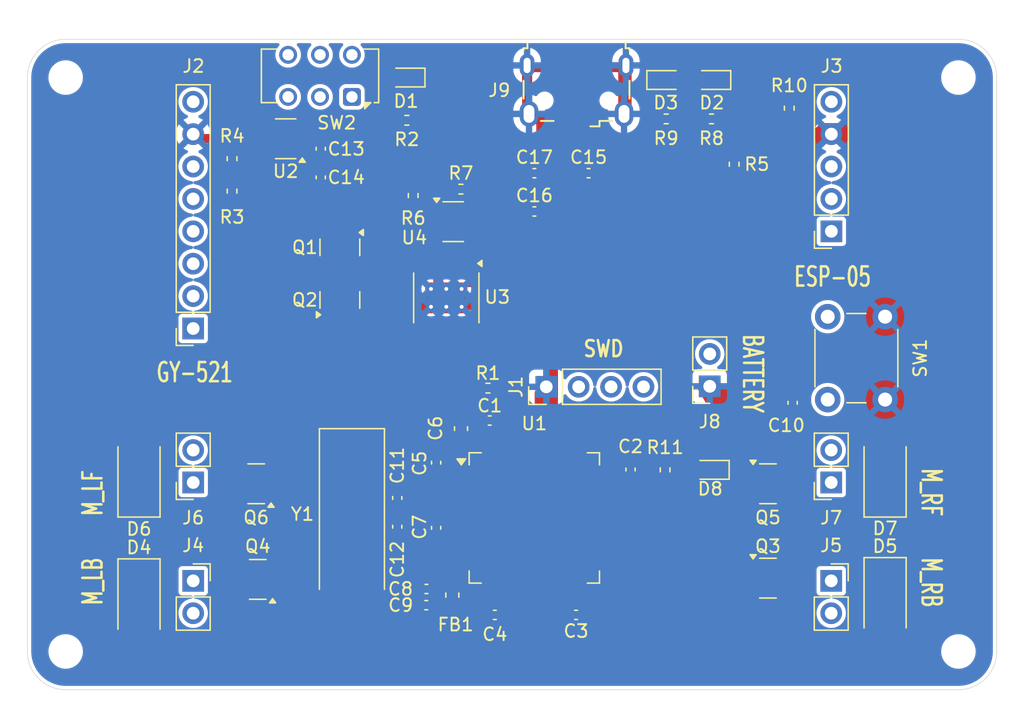
<source format=kicad_pcb>
(kicad_pcb (version 20241229) (generator "pcbnew") (generator_version "9.0")
  (layers (0 "F.Cu" signal) (4 "In1.Cu" signal) (6 "In2.Cu" signal) (2 "B.Cu" signal) (13 "F.Paste" user) (15 "B.Paste" user) (5 "F.SilkS" user "F.Silkscreen") (7 "B.SilkS" user "B.Silkscreen") (1 "F.Mask" user) (3 "B.Mask" user) (25 "Edge.Cuts" user))
  (net 0 "")
  (net 1 "+3.3V")
  (net 2 "GND")
  (net 3 "+3.3VA")
  (net 4 "/NRST")
  (net 5 "/HSE_IN")
  (net 6 "/HSE_OUT")
  (net 7 "/PWR_LED_K")
  (net 8 "Net-(D2-K)")
  (net 9 "Net-(D3-K)")
  (net 10 "/Q12")
  (net 11 "/BOOT0")
  (net 19 "/LED_SIGNAL")
  (net 43 "/SWCLK")
  (net 48 "/SWDIO")
  (net 54 "/STDBY_LED")
  (net 55 "/CHRG_LED")
  (net 57 "/SDA")
  (net 58 "/XCL")
  (net 59 "/SCL")
  (net 60 "/ADO")
  (net 61 "/XDA")
  (net 62 "/INT")
  (net 63 "/RX")
  (net 64 "/RST")
  (net 65 "/TX")
  (net 69 "/OD")
  (net 70 "/OC")
  (net 71 "/CS")
  (net 72 "/PROG")
  (net 73 "/VIN")
  (net 74 "PWR")
  (net 75 "VBUS")
  (net 76 "/B+")
  (net 77 "/M_LB")
  (net 78 "/M_RB")
  (net 79 "/M_LF")
  (net 80 "/M_RF")
  (net 81 "/PWM_RB")
  (net 82 "/PWM_LB")
  (net 83 "/PWM_RF")
  (net 84 "/PWM_LF")
  (net 85 "/LED_SIGNAL_VIN")
  (footprint "Diode_SMD:D_SMA" (layer "F.Cu") (at 101.75 96.15 -90)
    (property "Reference" "D5")
    (property "Value" "SS14")
  )
  (footprint "Capacitor_SMD:C_0402_1005Metric" (layer "F.Cu") (at 94.5 80.5 90)
    (property "Reference" "C10")
    (property "Value" "100n")
  )
  (footprint "Connector_PinHeader_2.54mm:PinHeader_1x04_P2.54mm_Vertical" (layer "F.Cu") (at 75.184 79.248 90)
    (property "Reference" "J1")
    (property "Value" "Conn_01x04_Pin")
  )
  (footprint "Connector_PinSocket_2.54mm:PinSocket_1x02_P2.54mm_Vertical" (layer "F.Cu") (at 47.5 94.46)
    (property "Reference" "J4")
    (property "Value" "Conn_01x02_Socket")
  )
  (footprint "Capacitor_SMD:C_0402_1005Metric" (layer "F.Cu") (at 71.148 97.132 180)
    (property "Reference" "C4")
    (property "Value" "100n")
  )
  (footprint "Resistor_SMD:R_0402_1005Metric" (layer "F.Cu") (at 84.5 85.76 90)
    (property "Reference" "R11")
    (property "Value" "1k")
  )
  (footprint "Resistor_SMD:R_0402_1005Metric" (layer "F.Cu") (at 94.234 57.402 -90)
    (property "Reference" "R10")
    (property "Value" "10k")
  )
  (footprint "Package_TO_SOT_SMD:SOT-23" (layer "F.Cu") (at 59 68.3125 -90)
    (property "Reference" "Q1")
    (property "Value" "AO3400A")
  )
  (footprint "Capacitor_SMD:C_0402_1005Metric" (layer "F.Cu") (at 65.775 96.37 180)
    (property "Reference" "C9")
    (property "Value" "1u")
  )
  (footprint "Capacitor_SMD:C_0402_1005Metric" (layer "F.Cu") (at 77.52 97.132 180)
    (property "Reference" "C3")
    (property "Value" "100n")
  )
  (footprint "MountingHole:MountingHole_2.2mm_M2" (layer "F.Cu") (at 107.5 55)
    (property "Reference" "H2")
    (property "Value" "MountingHole")
  )
  (footprint "Capacitor_SMD:C_0603_1608Metric" (layer "F.Cu") (at 68.5 82.525 90)
    (property "Reference" "C6")
    (property "Value" "10u")
  )
  (footprint "Capacitor_SMD:C_0402_1005Metric" (layer "F.Cu") (at 63.5 87.96 -90)
    (property "Reference" "C11")
    (property "Value" "30p")
  )
  (footprint "Package_TO_SOT_SMD:SOT-23" (layer "F.Cu") (at 52.4375 86.85 180)
    (property "Reference" "Q6")
    (property "Value" "AO3400A")
  )
  (footprint "Connector_PinSocket_2.54mm:PinSocket_1x02_P2.54mm_Vertical" (layer "F.Cu") (at 97.525 86.75 180)
    (property "Reference" "J7")
    (property "Value" "Conn_01x02_Socket")
  )
  (footprint "Diode_SMD:D_SMA" (layer "F.Cu") (at 43.25 96.25 -90)
    (property "Reference" "D4")
    (property "Value" "SS14")
  )
  (footprint "Package_SO:SOIC-8-1EP_3.9x4.9mm_P1.27mm_EP2.41x3.3mm_ThermalVias" (layer "F.Cu") (at 67.345 72.275 -90)
    (property "Reference" "U3")
    (property "Value" "TP4056-42-ESOP8")
  )
  (footprint "Resistor_SMD:R_0402_1005Metric" (layer "F.Cu") (at 50.546 61.362 90)
    (property "Reference" "R4")
    (property "Value" "1k5")
  )
  (footprint "Resistor_SMD:R_0402_1005Metric" (layer "F.Cu") (at 64.25 58.35 180)
    (property "Reference" "R2")
    (property "Value" "1k5")
  )
  (footprint "Package_TO_SOT_SMD:SOT-23-6" (layer "F.Cu") (at 67.8875 66.3)
    (property "Reference" "U4")
    (property "Value" "DW01A")
  )
  (footprint "Resistor_SMD:R_0402_1005Metric" (layer "F.Cu") (at 84.584 58.242 180)
    (property "Reference" "R9")
    (property "Value" "1k")
  )
  (footprint "LED_SMD:LED_0603_1608Metric" (layer "F.Cu") (at 64.1875 55 180)
    (property "Reference" "D1")
    (property "Value" "BLUE_LED")
  )
  (footprint "Package_QFP:LQFP-64_10x10mm_P0.5mm" (layer "F.Cu") (at 74.246 89.53)
    (property "Reference" "U1")
    (property "Value" "STM32F411RCT6")
  )
  (footprint "Capacitor_SMD:C_0402_1005Metric" (layer "F.Cu") (at 66.548 85.194 90)
    (property "Reference" "C5")
    (property "Value" "100n")
  )
  (footprint "MountingHole:MountingHole_2.2mm_M2" (layer "F.Cu") (at 37.5 100)
    (property "Reference" "H3")
    (property "Value" "MountingHole")
  )
  (footprint "Capacitor_SMD:C_0402_1005Metric" (layer "F.Cu") (at 63.5 90.218 90)
    (property "Reference" "C12")
    (property "Value" "30p")
  )
  (footprint "Package_TO_SOT_SMD:SOT-23" (layer "F.Cu") (at 52.5625 94.35 180)
    (property "Reference" "Q4")
    (property "Value" "AO3400A")
  )
  (footprint "Package_TO_SOT_SMD:SOT-23" (layer "F.Cu") (at 59 72.4375 90)
    (property "Reference" "Q2")
    (property "Value" "AO3400A")
  )
  (footprint "Diode_SMD:D_SMA" (layer "F.Cu") (at 101.75 85.95 90)
    (property "Reference" "D7")
    (property "Value" "SS14")
  )
  (footprint "Connector_PinSocket_2.54mm:PinSocket_1x05_P2.54mm_Vertical" (layer "F.Cu") (at 97.536 67.056 180)
    (property "Reference" "J3")
    (property "Value" "Conn_01x05_Socket")
  )
  (footprint "Package_TO_SOT_SMD:SOT-23-5" (layer "F.Cu") (at 54.75 59.8 180)
    (property "Reference" "U2")
    (property "Value" "AP2112K-3.3")
  )
  (footprint "Capacitor_SMD:C_0402_1005Metric" (layer "F.Cu") (at 66.548 90.302 90)
    (property "Reference" "C7")
    (property "Value" "10n")
  )
  (footprint "Capacitor_SMD:C_0402_1005Metric" (layer "F.Cu") (at 78.5 62.5)
    (property "Reference" "C15")
    (property "Value" "100n")
  )
  (footprint "Button_Switch_THT:SW_PUSH_6mm" (layer "F.Cu") (at 97.25 80.25 90)
    (property "Reference" "SW1")
    (property "Value" "SW_Push")
  )
  (footprint "LED_SMD:LED_0603_1608Metric" (layer "F.Cu") (at 88.0375 85.76 180)
    (property "Reference" "D8")
    (property "Value" "YELLOW_LED")
  )
  (footprint "Crystal:Crystal_SMD_HC49-SD" (layer "F.Cu") (at 59.944 89.23 -90)
    (property "Reference" "Y1")
    (property "Value" "26MHz")
  )
  (footprint "MountingHole:MountingHole_2.2mm_M2" (layer "F.Cu") (at 37.5 55)
    (property "Reference" "H1")
    (property "Value" "MountingHole")
  )
  (footprint "Resistor_SMD:R_0402_1005Metric" (layer "F.Cu") (at 88.14 58.242 180)
    (property "Reference" "R8")
    (property "Value" "1k")
  )
  (footprint "Connector_USB:USB_Micro-B_Wuerth_629105150521" (layer "F.Cu") (at 77.555 56 180)
    (property "Reference" "J9")
    (property "Value" "USB_B_Micro")
  )
  (footprint "Resistor_SMD:R_0402_1005Metric" (layer "F.Cu") (at 64.75 64.25 -90)
    (property "Reference" "R6")
    (property "Value" "100")
  )
  (footprint "Button_Switch_THT:SW_CK_JS202011AQN_DPDT_Angled" (layer "F.Cu") (at 59.944 56.5175 180)
    (property "Reference" "SW2")
    (property "Value" "SW_SPST")
  )
  (footprint "Capacitor_SMD:C_0402_1005Metric" (layer "F.Cu") (at 65.786 95.1 180)
    (property "Reference" "C8")
    (property "Value" "1u")
  )
  (footprint "MountingHole:MountingHole_2.2mm_M2" (layer "F.Cu") (at 107.5 100)
    (property "Reference" "H4")
    (property "Value" "MountingHole")
  )
  (footprint "Resistor_SMD:R_0402_1005Metric" (layer "F.Cu") (at 68.49 63.75)
    (property "Reference" "R7")
    (property "Value" "1k")
  )
  (footprint "Connector_PinSocket_2.54mm:PinSocket_1x02_P2.54mm_Vertical" (layer "F.Cu") (at 97.525 94.46)
    (property "Reference" "J5")
    (property "Value" "Conn_01x02_Socket")
  )
  (footprint "LED_SMD:LED_0603_1608Metric" (layer "F.Cu") (at 88.1635 55.194 180)
    (property "Reference" "D2")
    (property "Value" "RED_LED")
  )
  (footprint "Capacitor_SMD:C_0402_1005Metric" (layer "F.Cu") (at 81.788 85.73 -90)
    (property "Reference" "C2")
    (property "Value" "100n")
  )
  (footprint "Connector_PinSocket_2.54mm:PinSocket_1x02_P2.54mm_Vertical" (layer "F.Cu") (at 88 79.21 180)
    (property "Reference" "J8")
    (property "Value" "Conn_01x02_Socket")
  )
  (footprint "Resistor_SMD:R_0402_1005Metric" (layer "F.Cu") (at 70.61 79.352)
    (property "Reference" "R1")
    (property "Value" "10k")
  )
  (footprint "Package_TO_SOT_SMD:SOT-23" (layer "F.Cu") (at 92.5625 94.25)
    (property "Reference" "Q3")
    (property "Value" "AO3400A")
  )
  (footprint "Capacitor_SMD:C_0402_1005Metric" (layer "F.Cu") (at 70.75 81.892)
    (property "Reference" "C1")
    (property "Value" "100n")
  )
  (footprint "Package_TO_SOT_SMD:SOT-23" (layer "F.Cu") (at 92.5625 86.85)
    (property "Reference" "Q5")
    (property "Value" "AO3400A")
  )
  (footprint "LED_SMD:LED_0603_1608Metric" (layer "F.Cu") (at 84.5565 55.194)
    (property "Reference" "D3")
    (property "Value" "GREEN_LED")
  )
  (footprint "Connector_PinSocket_2.54mm:PinSocket_1x08_P2.54mm_Vertical" (layer "F.Cu") (at 47.498 74.676 180)
    (property "Reference" "J2")
    (property "Value" "Conn_01x08_Socket")
  )
  (footprint "Inductor_SMD:L_0603_1608Metric" (layer "F.Cu") (at 67.818 95.5825 -90)
    (property "Reference" "FB1")
    (property "Value" "120R")
  )
  (footprint "Connector_PinSocket_2.54mm:PinSocket_1x02_P2.54mm_Vertical" (layer "F.Cu") (at 47.5 86.75 180)
    (property "Reference" "J6")
    (property "Value" "Conn_01x02_Socket")
  )
  (footprint "Capacitor_SMD:C_0402_1005Metric" (layer "F.Cu") (at 74.25 62.5)
    (property "Reference" "C17")
    (property "Value" "100n")
  )
  (footprint "Capacitor_SMD:C_0402_1005Metric" (layer "F.Cu") (at 57.5 62.83 90)
    (property "Reference" "C14")
    (property "Value" "1u")
  )
  (footprint "Diode_SMD:D_SMA" (layer "F.Cu") (at 43.25 85.95 90)
    (property "Reference" "D6")
    (property "Value" "SS14")
  )
  (footprint "Resistor_SMD:R_0402_1005Metric" (layer "F.Cu") (at 50.546 63.902 -90)
    (property "Reference" "R3")
    (property "Value" "1k5")
  )
  (footprint "Capacitor_SMD:C_0402_1005Metric" (layer "F.Cu") (at 74.25 65.5)
    (property "Reference" "C16")
    (property "Value" "100n")
  )
  (footprint "Resistor_SMD:R_0402_1005Metric" (layer "F.Cu") (at 89.916 61.796 -90)
    (property "Reference" "R5")
    (property "Value" "1.2k")
  )
  (footprint "Capacitor_SMD:C_0402_1005Metric" (layer "F.Cu") (at 57.5 60.58 90)
    (property "Reference" "C13")
    (property "Value" "1u")
  )
  (gr_line (start 34.5 100) (end 34.5 55) (stroke (width 0.05)) (layer "Edge.Cuts"))
  (gr_line (start 37.5 52) (end 107.5 52) (stroke (width 0.05)) (layer "Edge.Cuts"))
  (gr_arc (start 110.5 100) (mid 109.62132 102.12132) (end 107.5 103) (stroke (width 0.05)) (layer "Edge.Cuts"))
  (gr_line (start 107.5 103) (end 37.5 103) (stroke (width 0.05)) (layer "Edge.Cuts"))
  (gr_line (start 110.5 55) (end 110.5 99.75) (stroke (width 0.05)) (layer "Edge.Cuts"))
  (gr_arc (start 107.5 52) (mid 109.62132 52.87868) (end 110.5 55) (stroke (width 0.05)) (layer "Edge.Cuts"))
  (gr_line (start 110.5 99.75) (end 110.5 100) (stroke (width 0.05)) (layer "Edge.Cuts"))
  (gr_arc (start 34.5 55) (mid 35.37868 52.87868) (end 37.5 52) (stroke (width 0.05)) (layer "Edge.Cuts"))
  (gr_arc (start 37.5 103) (mid 35.37868 102.12132) (end 34.5 100) (stroke (width 0.05)) (layer "Edge.Cuts"))
  (gr_text "SWD" (at 78 77 0) (layer "F.SilkS") (effects (font (size 1.25 1) (thickness 0.2) (bold yes)) (justify left bottom)))
  (gr_text "BATTERY" (at 90.5 75 270) (layer "F.SilkS") (effects (font (size 1.5 1) (thickness 0.2) (bold yes)) (justify left bottom)))
  (gr_text "M_LF" (at 40.5 89.5 90) (layer "F.SilkS") (effects (font (size 1.5 1) (thickness 0.2) (bold yes)) (justify left bottom)))
  (gr_text "ESP-05" (at 94.5 71.5 0) (layer "F.SilkS") (effects (font (size 1.5 1) (thickness 0.2) (bold yes)) (justify left bottom)))
  (gr_text "M_LB" (at 40.5 96.5 90) (layer "F.SilkS") (effects (font (size 1.5 1) (thickness 0.2) (bold yes)) (justify left bottom)))
  (gr_text "M_RF" (at 104.5 85.5 270) (layer "F.SilkS") (effects (font (size 1.5 1) (thickness 0.2) (bold yes)) (justify left bottom)))
  (gr_text "GY-521" (at 44.5 79 0) (layer "F.SilkS") (effects (font (size 1.5 1) (thickness 0.2) (bold yes)) (justify left bottom)))
  (gr_text "M_RB" (at 104.5 92.5 270) (layer "F.SilkS") (effects (font (size 1.5 1) (thickness 0.2) (bold yes)) (justify left bottom)))
  (segment (start 70.27 81.892) (end 70.258 81.892) (width 0.3) (layer "F.Cu") (net 1))
  (segment (start 79.921 85.579) (end 80.25 85.25) (width 0.3) (layer "F.Cu") (net 1))
  (segment (start 66.674 85.674) (end 66.78 85.78) (width 0.3) (layer "F.Cu") (net 1))
  (segment (start 77.996 95.205) (end 77.996 97.128) (width 0.3) (layer "F.Cu") (net 1))
  (segment (start 70.496 83.855) (end 69.941 83.3) (width 0.3) (layer "F.Cu") (net 1))
  (segment (start 69.5 83.3) (end 68.5 83.3) (width 0.3) (layer "F.Cu") (net 1))
  (segment (start 77.996 97.128) (end 78 97.132) (width 0.3) (layer "F.Cu") (net 1))
  (segment (start 66.548 85.674) (end 66.674 85.674) (width 0.3) (layer "F.Cu") (net 1))
  (segment (start 71.496 95.205) (end 71.496 96.121) (width 0.3) (layer "F.Cu") (net 1))
  (segment (start 79.921 85.78) (end 79.921 85.579) (width 0.3) (layer "F.Cu") (net 1))
  (segment (start 69.5 82.65) (end 69.5 83.3) (width 0.3) (layer "F.Cu") (net 1))
  (segment (start 71.628 96.253) (end 71.628 97.132) (width 0.3) (layer "F.Cu") (net 1))
  (segment (start 69.941 83.3) (end 69.5 83.3) (width 0.3) (layer "F.Cu") (net 1))
  (segment (start 70.258 81.892) (end 69.5 82.65) (width 0.3) (layer "F.Cu") (net 1))
  (segment (start 71.496 96.121) (end 71.628 96.253) (width 0.3) (layer "F.Cu") (net 1))
  (segment (start 66.78 85.78) (end 68.571 85.78) (width 0.3) (layer "F.Cu") (net 1))
  (segment (start 80.25 85.25) (end 81.788 85.25) (width 0.3) (layer "F.Cu") (net 1))
  (segment (start 63.5 89.738) (end 63.5 89.66) (width 0.5) (layer "F.Cu") (net 2))
  (segment (start 67.35 90.314001) (end 66.857999 89.822) (width 0.3) (layer "F.Cu") (net 2))
  (segment (start 63.5 89.66) (end 62.89 89.05) (width 0.5) (layer "F.Cu") (net 2))
  (segment (start 55.3 89.05) (end 55.3 91.6) (width 0.5) (layer "F.Cu") (net 2))
  (segment (start 53.375 85.9) (end 54.85 85.9) (width 0.5) (layer "F.Cu") (net 2))
  (segment (start 55.3 89.05) (end 62.89 89.05) (width 0.5) (layer "F.Cu") (net 2))
  (segment (start 62.89 89.05) (end 63.5 88.44) (width 0.5) (layer "F.Cu") (net 2))
  (segment (start 68.571 91.28) (end 67.43 91.28) (width 0.3) (layer "F.Cu") (net 2))
  (segment (start 77.025 96.65) (end 77.04 96.665) (width 0.3) (layer "F.Cu") (net 2))
  (segment (start 70.996 96.104) (end 70.668 96.432) (width 0.3) (layer "F.Cu") (net 2))
  (segment (start 77.04 96.665) (end 77.04 97.132) (width 0.3) (layer "F.Cu") (net 2))
  (segment (start 70.996 82.854) (end 71.23 82.62) (width 0.3) (layer "F.Cu") (net 2))
  (segment (start 55.3 91.6) (end 53.5 93.4) (width 0.5) (layer "F.Cu") (net 2))
  (segment (start 54.85 85.9) (end 55.3 86.35) (width 0.5) (layer "F.Cu") (net 2))
  (segment (start 81.718 86.28) (end 81.788 86.21) (width 0.3) (layer "F.Cu") (net 2))
  (segment (start 55.3 86.35) (end 55.3 89.05) (width 0.5) (layer "F.Cu") (net 2))
  (segment (start 79.921 86.28) (end 81.718 86.28) (width 0.3) (layer "F.Cu") (net 2))
  (segment (start 67.35 91.2) (end 67.35 90.314001) (width 0.3) (layer "F.Cu") (net 2))
  (segment (start 66.857999 89.822) (end 66.548 89.822) (width 0.3) (layer "F.Cu") (net 2))
  (segment (start 70.996 95.205) (end 70.996 96.104) (width 0.3) (layer "F.Cu") (net 2))
  (segment (start 77.496 95.205) (end 77.496 96.179) (width 0.3) (layer "F.Cu") (net 2))
  (segment (start 70.996 83.855) (end 70.996 82.854) (width 0.3) (layer "F.Cu") (net 2))
  (segment (start 71.23 82.62) (end 71.23 81.892) (width 0.3) (layer "F.Cu") (net 2))
  (segment (start 77.496 96.179) (end 77.025 96.65) (width 0.3) (layer "F.Cu") (net 2))
  (segment (start 70.668 96.432) (end 70.668 97.132) (width 0.3) (layer "F.Cu") (net 2))
  (segment (start 67.43 91.28) (end 67.35 91.2) (width 0.3) (layer "F.Cu") (net 2))
  (segment (start 66.548 90.782) (end 66.548 91.173) (width 0.3) (layer "F.Cu") (net 3))
  (segment (start 66.9 94.795) (end 66.571 94.795) (width 0.3) (layer "F.Cu") (net 3))
  (segment (start 66.571 94.795) (end 66.266 95.1) (width 0.3) (layer "F.Cu") (net 3))
  (segment (start 66.548 91.173) (end 67.155 91.78) (width 0.3) (layer "F.Cu") (net 3))
  (segment (start 66.9 94.795) (end 66.9 92.035) (width 0.3) (layer "F.Cu") (net 3))
  (segment (start 66.9 92.035) (end 67.155 91.78) (width 0.3) (layer "F.Cu") (net 3))
  (segment (start 67.155 91.78) (end 68.571 91.78) (width 0.3) (layer "F.Cu") (net 3))
  (segment (start 67.818 94.795) (end 66.9 94.795) (width 0.3) (layer "F.Cu") (net 3))
  (zone (net 2) (net_name "GND") (layer "F.Cu") (priority 6) (connect_pads yes (clearance 0.3)) (min_thickness 0.25) (fill yes (thermal_gap 0.5) (thermal_bridge_width 0.5))
    (polygon (pts (xy 103.4 72.325) (xy 105.375 72.325) (xy 105.375 63.225) (xy 99.125 58.575) (xy 96.775 58.575) (xy 94.825 60.075) (xy 92 61.95) (xy 90.025 61.95) (xy 90.025 62.675) (xy 93 62.675) (xy 95.425 61.2) (xy 96.8 60.175) (xy 99.625 60.175) (xy 103.5 63.225) (xy 103.5 71) (xy 100.075 71) (xy 100.075 72.325)))
  )
  (zone (net 2) (net_name "GND") (layer "F.Cu") (priority 15) (connect_pads yes (clearance 0.3)) (min_thickness 0.25) (fill yes (thermal_gap 0.5) (thermal_bridge_width 0.5))
    (polygon (pts (xy 74.4 63.35) (xy 69.075 63.35) (xy 69.075 64.15) (xy 74.4 64.15)))
  )
  (zone (net 2) (net_name "GND") (layer "F.Cu") (priority 5) (connect_pads yes (clearance 0.3)) (min_thickness 0.25) (fill yes (thermal_gap 0.5) (thermal_bridge_width 0.5))
    (polygon (pts (xy 94.55 77) (xy 100.075 77) (xy 100.075 72.325) (xy 103.4 72.325) (xy 103.425 81.85) (xy 100.1 81.85) (xy 100.1 78.75) (xy 95.225 78.75) (xy 95.225 80.225) (xy 94.55 80.225)))
  )
  (zone (net 2) (net_name "GND") (layer "F.Cu") (priority 19) (connect_pads yes (clearance 0.3)) (min_thickness 0.25) (fill yes (thermal_gap 0.5) (thermal_bridge_width 0.5))
    (polygon (pts (xy 65 96.75) (xy 65.6 96.75) (xy 65.6 94.725) (xy 65 94.725)))
  )
  (zone (net 2) (net_name "GND") (layer "F.Cu") (priority 14) (connect_pads yes (clearance 0.3)) (min_thickness 0.25) (fill yes (thermal_gap 0.5) (thermal_bridge_width 0.5))
    (polygon (pts (xy 58.925 62.55) (xy 58.925 67.05) (xy 57.75 67.05) (xy 57.75 66.225) (xy 58.325 66.225) (xy 58.325 62.55)))
  )
  (zone (net 2) (net_name "GND") (layer "F.Cu") (priority 8) (connect_pads yes (clearance 0.3)) (min_thickness 0.25) (fill yes (thermal_gap 0.5) (thermal_bridge_width 0.5))
    (polygon (pts (xy 67.825 81.2) (xy 66.2 82.25) (xy 66.175 84.7) (xy 66.925 84.7) (xy 66.925 82.575) (xy 67.825 81.85) (xy 67.825 81.575)))
  )
  (zone (net 2) (net_name "GND") (layer "F.Cu") (priority 2) (connect_pads yes (clearance 0.3)) (min_thickness 0.25) (fill yes (thermal_gap 0.5) (thermal_bridge_width 0.5))
    (polygon (pts (xy 88.55 88.375) (xy 88.55 94.525) (xy 91.625 94.525) (xy 91.625 96.025) (xy 87.3 96.025) (xy 87.325 88.275) (xy 88.55 88.275)))
  )
  (zone (net 2) (net_name "GND") (layer "F.Cu") (priority 13) (connect_pads yes (clearance 0.3)) (min_thickness 0.25) (fill yes (thermal_gap 0.5) (thermal_bridge_width 0.5))
    (polygon (pts (xy 58.925 60.425) (xy 58.575 61.775) (xy 57.5 62) (xy 57.5 62.675) (xy 58.925 62.675) (xy 59.4 61.975) (xy 59.9 60.425)))
  )
  (zone (net 2) (net_name "GND") (layer "F.Cu") (priority 11) (connect_pads yes (clearance 0.3)) (min_thickness 0.25) (fill yes (thermal_gap 0.5) (thermal_bridge_width 0.5))
    (polygon (pts (xy 74.4 65.85) (xy 75.025 65.85) (xy 75.025 62.8) (xy 78.05 62.8) (xy 78.05 62.125) (xy 74.4 62.125)))
  )
  (zone (net 2) (net_name "GND") (layer "F.Cu") (priority 16) (connect_pads yes (clearance 0.3)) (min_thickness 0.25) (fill yes (thermal_gap 0.5) (thermal_bridge_width 0.5))
    (polygon (pts (xy 69.075 64.15) (xy 69.075 65.35) (xy 69.85 65.35) (xy 69.85 64.15)))
  )
  (zone (net 2) (net_name "GND") (layer "F.Cu") (priority 24) (connect_pads yes (clearance 0.3)) (min_thickness 0.25) (fill yes (thermal_gap 0.5) (thermal_bridge_width 0.5))
    (polygon (pts (xy 76.1 79.55) (xy 76.1 72.325) (xy 68.8 72.325) (xy 68.8 73.225) (xy 75.225 73.225) (xy 75.225 79.55)))
  )
  (zone (net 2) (net_name "GND") (layer "F.Cu") (priority 10) (connect_pads yes (clearance 0.3)) (min_thickness 0.25) (fill yes (thermal_gap 0.5) (thermal_bridge_width 0.5))
    (polygon (pts (xy 57.55 59.95) (xy 63.4 59.95) (xy 63.4 58.225) (xy 64.1 58.225) (xy 64.1 60.425) (xy 57.55 60.425)))
  )
  (zone (net 2) (net_name "GND") (layer "F.Cu") (priority 22) (connect_pads yes (clearance 0.3)) (min_thickness 0.25) (fill yes (thermal_gap 0.5) (thermal_bridge_width 0.5))
    (polygon (pts (xy 55.9 59.425) (xy 47.525 59.425) (xy 47.525 60.15) (xy 55.9 60.15)))
  )
  (zone (net 2) (net_name "GND") (layer "F.Cu") (priority 9) (connect_pads yes (clearance 0.3)) (min_thickness 0.25) (fill yes (thermal_gap 0.5) (thermal_bridge_width 0.5))
    (polygon (pts (xy 55.9 59.425) (xy 57.075 59.425) (xy 57.55 59.95) (xy 57.55 60.35) (xy 56.875 60.35) (xy 56.875 60.15) (xy 55.9 60.15)))
  )
  (zone (net 2) (net_name "GND") (layer "F.Cu") (priority 23) (connect_pads yes (clearance 0.3)) (min_thickness 0.25) (fill yes (thermal_gap 0.5) (thermal_bridge_width 0.5))
    (polygon (pts (xy 62.45 72.6) (xy 62.45 66.15) (xy 58.925 66.15) (xy 58.925 65.775) (xy 62.975 65.775) (xy 62.975 72.6)))
  )
  (zone (net 2) (net_name "GND") (layer "F.Cu") (priority 4) (connect_pads yes (clearance 0.3)) (min_thickness 0.25) (fill yes (thermal_gap 0.5) (thermal_bridge_width 0.5))
    (polygon (pts (xy 88.175 85.825) (xy 88.175 81.3459) (xy 86.95 79.225) (xy 94.55 79.21) (xy 94.55 80.225) (xy 89.35 80.225) (xy 89.35 85.825)))
  )
  (zone (net 2) (net_name "GND") (layer "F.Cu") (priority 1) (connect_pads yes (clearance 0.3)) (min_thickness 0.25) (fill yes (thermal_gap 0.5) (thermal_bridge_width 0.5))
    (polygon (pts (xy 81.35 85.9) (xy 81.35 86.65) (xy 83.275 88.275) (xy 91.575 88.275) (xy 91.575 87.175) (xy 89.35 85.825) (xy 88.175 85.825) (xy 88.175 87.25) (xy 83.75 87.25) (xy 82.15 85.9)))
  )
  (zone (net 2) (net_name "GND") (layer "F.Cu") (priority 3) (connect_pads yes (clearance 0.3)) (min_thickness 0.25) (fill yes (thermal_gap 0.5) (thermal_bridge_width 0.5))
    (polygon (pts (xy 71.65 82.125) (xy 76.1 82.125) (xy 76.1 79.55) (xy 74.275 79.55) (xy 74.275 80.65) (xy 70.45 80.65) (xy 70.45 79.475) (xy 69.6 79.475) (xy 67.75 80.875) (xy 67.75 82) (xy 69.275 82) (xy 69.275 81.2) (xy 71.05 81.2) (xy 71.05 82.125)))
  )
  (zone (net 2) (net_name "GND") (layer "F.Cu") (priority 7) (connect_pads yes (clearance 0.3)) (min_thickness 0.25) (fill yes (thermal_gap 0.5) (thermal_bridge_width 0.5))
    (polygon (pts (xy 66.6 89.45) (xy 64.075 88.25) (xy 63.5 88.25) (xy 63.5 89.825) (xy 66.6 89.825)))
  )
  (zone (net 2) (net_name "GND") (layer "F.Cu") (priority 17) (connect_pads yes (clearance 0.3)) (min_thickness 0.25) (fill yes (thermal_gap 0.5) (thermal_bridge_width 0.5))
    (polygon (pts (xy 65.875 73.325) (xy 68.8 73.325) (xy 68.8 71.425) (xy 69.625 71.425) (xy 69.625 70.55) (xy 68.85 70.55) (xy 68.85 71.125) (xy 67.1 71.125) (xy 67.1 70.575) (xy 66.325 70.575) (xy 66.325 71.125) (xy 65.875 71.125)))
  )
  (zone (net 2) (net_name "GND") (layer "F.Cu") (priority 12) (connect_pads yes (clearance 0.3)) (min_thickness 0.25) (fill yes (thermal_gap 0.5) (thermal_bridge_width 0.5))
    (polygon (pts (xy 81.875 58.425) (xy 80.825 58.425) (xy 80.825 54.575) (xy 74.075 54.575) (xy 74.075 57.825) (xy 76.4 57.825) (xy 76.4 58.475) (xy 75.2 59.45) (xy 75.2 62.125) (xy 74.4 62.125) (xy 74.4 58.65) (xy 73.3 58.65) (xy 73.275 53.825) (xy 81.875 53.8)))
  )
  (zone (net 2) (net_name "GND") (layer "F.Cu") (priority 20) (connect_pads yes (clearance 0.3)) (min_thickness 0.25) (fill yes (thermal_gap 0.5) (thermal_bridge_width 0.5))
    (polygon (pts (xy 65.025 94.725) (xy 65.025 89.825) (xy 65.625 89.825) (xy 65.625 94.725)))
  )
  (zone (net 2) (net_name "GND") (layer "F.Cu") (priority 18) (connect_pads yes (clearance 0.3)) (min_thickness 0.25) (fill yes (thermal_gap 0.5) (thermal_bridge_width 0.5))
    (polygon (pts (xy 65.875 73.325) (xy 59.525 73.325) (xy 59.525 72.6) (xy 65.875 72.6)))
  )
  (zone (net 2) (net_name "GND") (layer "B.Cu") (connect_pads (clearance 0.3)) (min_thickness 0.25) (fill yes (thermal_gap 0.5) (thermal_bridge_width 0.5))
    (polygon (pts (xy 34.5 52) (xy 110.5 52) (xy 110.5 103) (xy 34.5 103)))
  )
)
</source>
